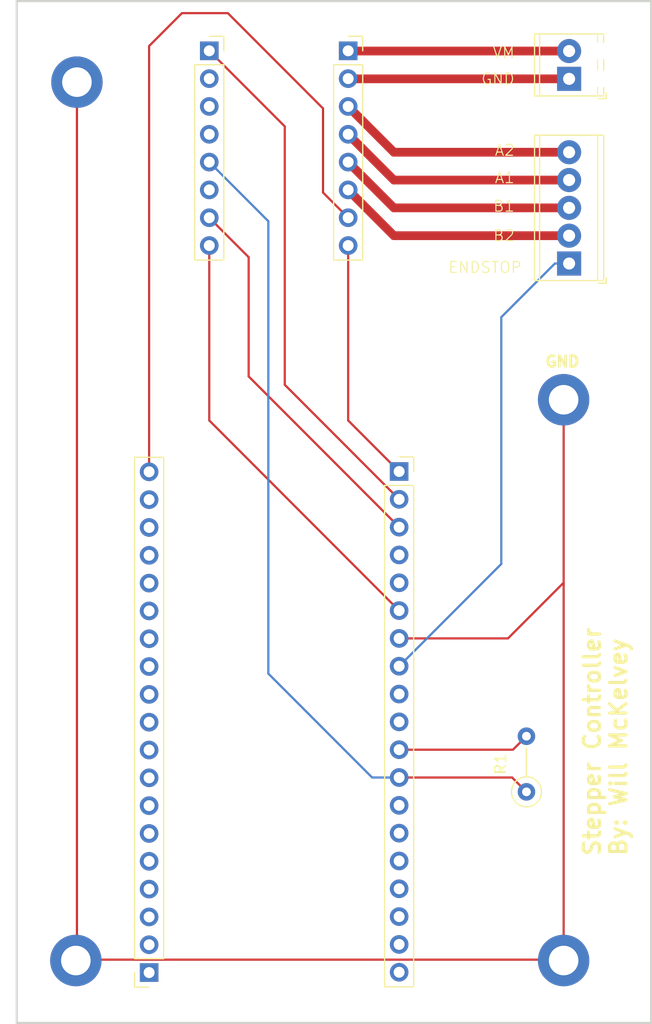
<source format=kicad_pcb>
(kicad_pcb (version 20240108) (generator "pcbnew") (generator_version "8.0")
  (layers (0 "F.Cu" signal) (31 "B.Cu" signal) (34 "B.Paste" user) (35 "F.Paste" user) (36 "B.SilkS" user "B.Silkscreen") (37 "F.SilkS" user "F.Silkscreen") (38 "B.Mask" user) (39 "F.Mask" user) (44 "Edge.Cuts" user))
  (net 0 "")
  (net 1 "Net-(J1-Pin_4)")
  (net 2 "Net-(J1-Pin_3)")
  (net 3 "Net-(J1-Pin_2)")
  (net 4 "Net-(J1-Pin_19)")
  (net 5 "Net-(J1-Pin_7)")
  (net 6 "Net-(J1-Pin_13)")
  (net 7 "Net-(J1-Pin_12)")
  (net 8 "Net-(J1-Pin_18)")
  (net 9 "Net-(J1-Pin_5)")
  (net 10 "Net-(J1-Pin_16)")
  (net 11 "Net-(J1-Pin_15)")
  (net 12 "Net-(J1-Pin_10)")
  (net 13 "Net-(J1-Pin_8)")
  (net 14 "Net-(J1-Pin_17)")
  (net 15 "Net-(J1-Pin_11)")
  (net 16 "Net-(J1-Pin_14)")
  (net 17 "Net-(J1-Pin_1)")
  (net 18 "Net-(J1-Pin_6)")
  (net 19 "Net-(J1-Pin_9)")
  (net 20 "Net-(J2-Pin_1)")
  (net 21 "Net-(J2-Pin_8)")
  (net 22 "Net-(J2-Pin_13)")
  (net 23 "Net-(J2-Pin_3)")
  (net 24 "Net-(J2-Pin_6)")
  (net 25 "Net-(J2-Pin_2)")
  (net 26 "Net-(J2-Pin_9)")
  (net 27 "Net-(J2-Pin_19)")
  (net 28 "Net-(J2-Pin_11)")
  (net 29 "Net-(J2-Pin_5)")
  (net 30 "Net-(J2-Pin_12)")
  (net 31 "Net-(J2-Pin_14)")
  (net 32 "Net-(J2-Pin_15)")
  (net 33 "Net-(J2-Pin_4)")
  (net 34 "Net-(J2-Pin_16)")
  (net 35 "Net-(J2-Pin_18)")
  (net 36 "Net-(J2-Pin_7)")
  (net 37 "Net-(J2-Pin_17)")
  (net 38 "Net-(J2-Pin_10)")
  (net 39 "Net-(J3-Pin_6)")
  (net 40 "Net-(J3-Pin_3)")
  (net 41 "Net-(J3-Pin_4)")
  (net 42 "Net-(J3-Pin_5)")
  (net 43 "Net-(J3-Pin_1)")
  (net 44 "Net-(J3-Pin_2)")
  (net 48 "Net-(J4-Pin_4)")
  (footprint "Connector_PinSocket_2.54mm:PinSocket_1x08_P2.54mm_Vertical" (layer "F.Cu") (at 169.2 41.34)
    (property "Reference" "J3" (hide yes))
    (property "Value" "Conn_01x08_Socket")
    (fp_line (start -1.33 1.27) (end -1.33 19.11) (stroke (width 0.12)) (layer "F.SilkS"))
    (fp_line (start -1.33 1.27) (end 1.33 1.27) (stroke (width 0.12)) (layer "F.SilkS"))
    (fp_line (start -1.33 19.11) (end 1.33 19.11) (stroke (width 0.12)) (layer "F.SilkS"))
    (fp_line (start 0 -1.33) (end 1.33 -1.33) (stroke (width 0.12)) (layer "F.SilkS"))
    (fp_line (start 1.33 -1.33) (end 1.33 0) (stroke (width 0.12)) (layer "F.SilkS"))
    (fp_line (start 1.33 1.27) (end 1.33 19.11) (stroke (width 0.12)) (layer "F.SilkS"))
    (pad "1" thru_hole rect (at 0 0) (size 1.7 1.7) (drill 1) (layers "*.Cu" "*.Mask") (net 43 "Net-(J3-Pin_1)"))
    (pad "2" thru_hole oval (at 0 2.54) (size 1.7 1.7) (drill 1) (layers "*.Cu" "*.Mask") (net 44 "Net-(J3-Pin_2)"))
    (pad "3" thru_hole oval (at 0 5.08) (size 1.7 1.7) (drill 1) (layers "*.Cu" "*.Mask") (net 40 "Net-(J3-Pin_3)"))
    (pad "4" thru_hole oval (at 0 7.62) (size 1.7 1.7) (drill 1) (layers "*.Cu" "*.Mask") (net 41 "Net-(J3-Pin_4)"))
    (pad "5" thru_hole oval (at 0 10.16) (size 1.7 1.7) (drill 1) (layers "*.Cu" "*.Mask") (net 42 "Net-(J3-Pin_5)"))
    (pad "6" thru_hole oval (at 0 12.7) (size 1.7 1.7) (drill 1) (layers "*.Cu" "*.Mask") (net 39 "Net-(J3-Pin_6)"))
    (pad "7" thru_hole oval (at 0 15.24) (size 1.7 1.7) (drill 1) (layers "*.Cu" "*.Mask") (net 4 "Net-(J1-Pin_19)"))
    (pad "8" thru_hole oval (at 0 17.78) (size 1.7 1.7) (drill 1) (layers "*.Cu" "*.Mask") (net 20 "Net-(J2-Pin_1)"))
  )
  (footprint "TerminalBlock_Phoenix:TerminalBlock_Phoenix_MPT-0,5-5-2.54_1x05_P2.54mm_Horizontal" (layer "F.Cu") (at 189.4 60.76 90)
    (property "Reference" "J5" (hide yes))
    (property "Value" "Screw_Terminal_01x05" (hide yes))
    (fp_line (start 11.72 -3.16) (end 11.72 3.16) (stroke (width 0.12)) (layer "F.SilkS"))
    (fp_line (start -1.56 -3.16) (end 11.72 -3.16) (stroke (width 0.12)) (layer "F.SilkS"))
    (fp_line (start -1.56 -3.16) (end -1.56 3.16) (stroke (width 0.12)) (layer "F.SilkS"))
    (fp_line (start -1.56 -2.7) (end 11.72 -2.7) (stroke (width 0.12)) (layer "F.SilkS"))
    (fp_line (start -1.56 2.6) (end 11.72 2.6) (stroke (width 0.12)) (layer "F.SilkS"))
    (fp_line (start -1.8 2.66) (end -1.8 3.4) (stroke (width 0.12)) (layer "F.SilkS"))
    (fp_line (start -1.56 3.16) (end 11.72 3.16) (stroke (width 0.12)) (layer "F.SilkS"))
    (fp_line (start -1.8 3.4) (end -1.3 3.4) (stroke (width 0.12)) (layer "F.SilkS"))
    (pad "1" thru_hole rect (at 0 0 90) (size 2.2 2.2) (drill 1.1) (layers "*.Cu" "*.Mask") (net 21 "Net-(J2-Pin_8)"))
    (pad "2" thru_hole circle (at 2.54 0 90) (size 2.2 2.2) (drill 1.1) (layers "*.Cu" "*.Mask") (net 39 "Net-(J3-Pin_6)"))
    (pad "3" thru_hole circle (at 5.08 0 90) (size 2.2 2.2) (drill 1.1) (layers "*.Cu" "*.Mask") (net 42 "Net-(J3-Pin_5)"))
    (pad "4" thru_hole circle (at 7.62 0 90) (size 2.2 2.2) (drill 1.1) (layers "*.Cu" "*.Mask") (net 41 "Net-(J3-Pin_4)"))
    (pad "5" thru_hole circle (at 10.16 0 90) (size 2.2 2.2) (drill 1.1) (layers "*.Cu" "*.Mask") (net 40 "Net-(J3-Pin_3)"))
  )
  (footprint "MountingHole:MountingHole_2.7mm_M2.5_DIN965_Pad" (layer "F.Cu") (at 188.898809 73.2)
    (property "Reference" "H3" (hide yes))
    (property "Value" "MountingHole_Pad")
    (pad "1" thru_hole circle (at 0 0) (size 4.7 4.7) (drill 2.7) (layers "*.Cu" "*.Mask") (net 36 "Net-(J2-Pin_7)"))
  )
  (footprint "Connector_PinSocket_2.54mm:PinSocket_1x08_P2.54mm_Vertical" (layer "F.Cu") (at 156.5 41.34)
    (property "Reference" "J4" (hide yes))
    (property "Value" "Conn_01x08_Socket")
    (fp_line (start -1.33 1.27) (end -1.33 19.11) (stroke (width 0.12)) (layer "F.SilkS"))
    (fp_line (start -1.33 1.27) (end 1.33 1.27) (stroke (width 0.12)) (layer "F.SilkS"))
    (fp_line (start -1.33 19.11) (end 1.33 19.11) (stroke (width 0.12)) (layer "F.SilkS"))
    (fp_line (start 0 -1.33) (end 1.33 -1.33) (stroke (width 0.12)) (layer "F.SilkS"))
    (fp_line (start 1.33 -1.33) (end 1.33 0) (stroke (width 0.12)) (layer "F.SilkS"))
    (fp_line (start 1.33 1.27) (end 1.33 19.11) (stroke (width 0.12)) (layer "F.SilkS"))
    (pad "1" thru_hole rect (at 0 0) (size 1.7 1.7) (drill 1) (layers "*.Cu" "*.Mask") (net 25 "Net-(J2-Pin_2)"))
    (pad "2" thru_hole oval (at 0 2.54) (size 1.7 1.7) (drill 1) (layers "*.Cu" "*.Mask"))
    (pad "3" thru_hole oval (at 0 5.08) (size 1.7 1.7) (drill 1) (layers "*.Cu" "*.Mask"))
    (pad "4" thru_hole oval (at 0 7.62) (size 1.7 1.7) (drill 1) (layers "*.Cu" "*.Mask") (net 48 "Net-(J4-Pin_4)"))
    (pad "5" thru_hole oval (at 0 10.16) (size 1.7 1.7) (drill 1) (layers "*.Cu" "*.Mask") (net 30 "Net-(J2-Pin_12)"))
    (pad "6" thru_hole oval (at 0 12.7) (size 1.7 1.7) (drill 1) (layers "*.Cu" "*.Mask"))
    (pad "7" thru_hole oval (at 0 15.24) (size 1.7 1.7) (drill 1) (layers "*.Cu" "*.Mask") (net 23 "Net-(J2-Pin_3)"))
    (pad "8" thru_hole oval (at 0 17.78) (size 1.7 1.7) (drill 1) (layers "*.Cu" "*.Mask") (net 24 "Net-(J2-Pin_6)"))
  )
  (footprint "Connector_PinSocket_2.54mm:PinSocket_1x19_P2.54mm_Vertical" (layer "F.Cu") (at 173.86 79.75)
    (property "Reference" "J2" (hide yes))
    (property "Value" "Conn_01x19_Socket" (hide yes))
    (fp_line (start -1.33 1.27) (end -1.33 47.05) (stroke (width 0.12)) (layer "F.SilkS"))
    (fp_line (start -1.33 1.27) (end 1.33 1.27) (stroke (width 0.12)) (layer "F.SilkS"))
    (fp_line (start -1.33 47.05) (end 1.33 47.05) (stroke (width 0.12)) (layer "F.SilkS"))
    (fp_line (start 0 -1.33) (end 1.33 -1.33) (stroke (width 0.12)) (layer "F.SilkS"))
    (fp_line (start 1.33 -1.33) (end 1.33 0) (stroke (width 0.12)) (layer "F.SilkS"))
    (fp_line (start 1.33 1.27) (end 1.33 47.05) (stroke (width 0.12)) (layer "F.SilkS"))
    (pad "1" thru_hole rect (at 0 0) (size 1.7 1.7) (drill 1) (layers "*.Cu" "*.Mask") (net 20 "Net-(J2-Pin_1)"))
    (pad "2" thru_hole oval (at 0 2.54) (size 1.7 1.7) (drill 1) (layers "*.Cu" "*.Mask") (net 25 "Net-(J2-Pin_2)"))
    (pad "3" thru_hole oval (at 0 5.08) (size 1.7 1.7) (drill 1) (layers "*.Cu" "*.Mask") (net 23 "Net-(J2-Pin_3)"))
    (pad "4" thru_hole oval (at 0 7.62) (size 1.7 1.7) (drill 1) (layers "*.Cu" "*.Mask") (net 33 "Net-(J2-Pin_4)"))
    (pad "5" thru_hole oval (at 0 10.16) (size 1.7 1.7) (drill 1) (layers "*.Cu" "*.Mask") (net 29 "Net-(J2-Pin_5)"))
    (pad "6" thru_hole oval (at 0 12.7) (size 1.7 1.7) (drill 1) (layers "*.Cu" "*.Mask") (net 24 "Net-(J2-Pin_6)"))
    (pad "7" thru_hole oval (at 0 15.24) (size 1.7 1.7) (drill 1) (layers "*.Cu" "*.Mask") (net 36 "Net-(J2-Pin_7)"))
    (pad "8" thru_hole oval (at 0 17.78) (size 1.7 1.7) (drill 1) (layers "*.Cu" "*.Mask") (net 21 "Net-(J2-Pin_8)"))
    (pad "9" thru_hole oval (at 0 20.32) (size 1.7 1.7) (drill 1) (layers "*.Cu" "*.Mask") (net 26 "Net-(J2-Pin_9)"))
    (pad "10" thru_hole oval (at 0 22.86) (size 1.7 1.7) (drill 1) (layers "*.Cu" "*.Mask") (net 38 "Net-(J2-Pin_10)"))
    (pad "11" thru_hole oval (at 0 25.4) (size 1.7 1.7) (drill 1) (layers "*.Cu" "*.Mask") (net 28 "Net-(J2-Pin_11)"))
    (pad "12" thru_hole oval (at 0 27.94) (size 1.7 1.7) (drill 1) (layers "*.Cu" "*.Mask") (net 30 "Net-(J2-Pin_12)"))
    (pad "13" thru_hole oval (at 0 30.48) (size 1.7 1.7) (drill 1) (layers "*.Cu" "*.Mask") (net 22 "Net-(J2-Pin_13)"))
    (pad "14" thru_hole oval (at 0 33.02) (size 1.7 1.7) (drill 1) (layers "*.Cu" "*.Mask") (net 31 "Net-(J2-Pin_14)"))
    (pad "15" thru_hole oval (at 0 35.56) (size 1.7 1.7) (drill 1) (layers "*.Cu" "*.Mask") (net 32 "Net-(J2-Pin_15)"))
    (pad "16" thru_hole oval (at 0 38.1) (size 1.7 1.7) (drill 1) (layers "*.Cu" "*.Mask") (net 34 "Net-(J2-Pin_16)"))
    (pad "17" thru_hole oval (at 0 40.64) (size 1.7 1.7) (drill 1) (layers "*.Cu" "*.Mask") (net 37 "Net-(J2-Pin_17)"))
    (pad "18" thru_hole oval (at 0 43.18) (size 1.7 1.7) (drill 1) (layers "*.Cu" "*.Mask") (net 35 "Net-(J2-Pin_18)"))
    (pad "19" thru_hole oval (at 0 45.72) (size 1.7 1.7) (drill 1) (layers "*.Cu" "*.Mask") (net 27 "Net-(J2-Pin_19)"))
  )
  (footprint "MountingHole:MountingHole_2.7mm_M2.5_DIN965_Pad" (layer "F.Cu") (at 188.9 124.4)
    (property "Reference" "H4" (hide yes))
    (property "Value" "MountingHole_Pad")
    (pad "1" thru_hole circle (at 0 0) (size 4.7 4.7) (drill 2.7) (layers "*.Cu" "*.Mask") (net 36 "Net-(J2-Pin_7)"))
  )
  (footprint "Connector_PinSocket_2.54mm:PinSocket_1x19_P2.54mm_Vertical" (layer "F.Cu") (at 151 125.5 180)
    (property "Reference" "J1" (hide yes))
    (property "Value" "Conn_01x19_Socket" (hide yes))
    (fp_line (start 1.33 1.27) (end 1.33 47.05) (stroke (width 0.12)) (layer "F.SilkS"))
    (fp_line (start 1.33 -1.33) (end 1.33 0) (stroke (width 0.12)) (layer "F.SilkS"))
    (fp_line (start 0 -1.33) (end 1.33 -1.33) (stroke (width 0.12)) (layer "F.SilkS"))
    (fp_line (start -1.33 47.05) (end 1.33 47.05) (stroke (width 0.12)) (layer "F.SilkS"))
    (fp_line (start -1.33 1.27) (end 1.33 1.27) (stroke (width 0.12)) (layer "F.SilkS"))
    (fp_line (start -1.33 1.27) (end -1.33 47.05) (stroke (width 0.12)) (layer "F.SilkS"))
    (pad "1" thru_hole rect (at 0 0 180) (size 1.7 1.7) (drill 1) (layers "*.Cu" "*.Mask") (net 17 "Net-(J1-Pin_1)"))
    (pad "2" thru_hole oval (at 0 2.54 180) (size 1.7 1.7) (drill 1) (layers "*.Cu" "*.Mask") (net 3 "Net-(J1-Pin_2)"))
    (pad "3" thru_hole oval (at 0 5.08 180) (size 1.7 1.7) (drill 1) (layers "*.Cu" "*.Mask") (net 2 "Net-(J1-Pin_3)"))
    (pad "4" thru_hole oval (at 0 7.62 180) (size 1.7 1.7) (drill 1) (layers "*.Cu" "*.Mask") (net 1 "Net-(J1-Pin_4)"))
    (pad "5" thru_hole oval (at 0 10.16 180) (size 1.7 1.7) (drill 1) (layers "*.Cu" "*.Mask") (net 9 "Net-(J1-Pin_5)"))
    (pad "6" thru_hole oval (at 0 12.7 180) (size 1.7 1.7) (drill 1) (layers "*.Cu" "*.Mask") (net 18 "Net-(J1-Pin_6)"))
    (pad "7" thru_hole oval (at 0 15.24 180) (size 1.7 1.7) (drill 1) (layers "*.Cu" "*.Mask") (net 5 "Net-(J1-Pin_7)"))
    (pad "8" thru_hole oval (at 0 17.78 180) (size 1.7 1.7) (drill 1) (layers "*.Cu" "*.Mask") (net 13 "Net-(J1-Pin_8)"))
    (pad "9" thru_hole oval (at 0 20.32 180) (size 1.7 1.7) (drill 1) (layers "*.Cu" "*.Mask") (net 19 "Net-(J1-Pin_9)"))
    (pad "10" thru_hole oval (at 0 22.86 180) (size 1.7 1.7) (drill 1) (layers "*.Cu" "*.Mask") (net 12 "Net-(J1-Pin_10)"))
    (pad "11" thru_hole oval (at 0 25.4 180) (size 1.7 1.7) (drill 1) (layers "*.Cu" "*.Mask") (net 15 "Net-(J1-Pin_11)"))
    (pad "12" thru_hole oval (at 0 27.94 180) (size 1.7 1.7) (drill 1) (layers "*.Cu" "*.Mask") (net 7 "Net-(J1-Pin_12)"))
    (pad "13" thru_hole oval (at 0 30.48 180) (size 1.7 1.7) (drill 1) (layers "*.Cu" "*.Mask") (net 6 "Net-(J1-Pin_13)"))
    (pad "14" thru_hole oval (at 0 33.02 180) (size 1.7 1.7) (drill 1) (layers "*.Cu" "*.Mask") (net 16 "Net-(J1-Pin_14)"))
    (pad "15" thru_hole oval (at 0 35.56 180) (size 1.7 1.7) (drill 1) (layers "*.Cu" "*.Mask") (net 11 "Net-(J1-Pin_15)"))
    (pad "16" thru_hole oval (at 0 38.1 180) (size 1.7 1.7) (drill 1) (layers "*.Cu" "*.Mask") (net 10 "Net-(J1-Pin_16)"))
    (pad "17" thru_hole oval (at 0 40.64 180) (size 1.7 1.7) (drill 1) (layers "*.Cu" "*.Mask") (net 14 "Net-(J1-Pin_17)"))
    (pad "18" thru_hole oval (at 0 43.18 180) (size 1.7 1.7) (drill 1) (layers "*.Cu" "*.Mask") (net 8 "Net-(J1-Pin_18)"))
    (pad "19" thru_hole oval (at 0 45.72 180) (size 1.7 1.7) (drill 1) (layers "*.Cu" "*.Mask") (net 4 "Net-(J1-Pin_19)"))
  )
  (footprint "MountingHole:MountingHole_2.7mm_M2.5_DIN965_Pad" (layer "F.Cu") (at 144.3 124.4)
    (property "Reference" "H2" (hide yes))
    (property "Value" "MountingHole_Pad")
    (pad "1" thru_hole circle (at 0 0) (size 4.7 4.7) (drill 2.7) (layers "*.Cu" "*.Mask") (net 36 "Net-(J2-Pin_7)"))
  )
  (footprint "Resistor_THT:R_Axial_DIN0207_L6.3mm_D2.5mm_P5.08mm_Vertical" (layer "F.Cu") (at 185.5 109 90)
    (property "Reference" "R1" (at 2.54 -2.37 90) (layer "F.SilkS"))
    (property "Value" "1000")
    (fp_line (start 1.37 0) (end 3.98 0) (stroke (width 0.12)) (layer "F.SilkS"))
    (fp_circle (center 0 0) (end 1.37 0) (stroke (width 0.12)) (fill none) (layer "F.SilkS"))
    (pad "1" thru_hole circle (at 0 0 90) (size 1.6 1.6) (drill 0.8) (layers "*.Cu" "*.Mask") (net 30 "Net-(J2-Pin_12)"))
    (pad "2" thru_hole oval (at 5.08 0 90) (size 1.6 1.6) (drill 0.8) (layers "*.Cu" "*.Mask") (net 28 "Net-(J2-Pin_11)"))
  )
  (footprint "MountingHole:MountingHole_2.7mm_M2.5_DIN965_Pad" (layer "F.Cu") (at 144.4 44.2)
    (property "Reference" "H1" (hide yes))
    (property "Value" "MountingHole_Pad")
    (pad "1" thru_hole circle (at 0 0) (size 4.7 4.7) (drill 2.7) (layers "*.Cu" "*.Mask") (net 36 "Net-(J2-Pin_7)"))
  )
  (footprint "TerminalBlock_Phoenix:TerminalBlock_Phoenix_MPT-0,5-2-2.54_1x02_P2.54mm_Horizontal" (layer "F.Cu") (at 189.4 43.9 90)
    (property "Reference" "J6" (hide yes))
    (property "Value" "Screw_Terminal_01x02" (hide yes))
    (fp_line (start 4.1 -3.16) (end 4.1 3.16) (stroke (width 0.12)) (layer "F.SilkS"))
    (fp_line (start -1.56 -3.16) (end 4.1 -3.16) (stroke (width 0.12)) (layer "F.SilkS"))
    (fp_line (start -1.56 -3.16) (end -1.56 3.16) (stroke (width 0.12)) (layer "F.SilkS"))
    (fp_line (start -1.56 -2.7) (end 4.1 -2.7) (stroke (width 0.12)) (layer "F.SilkS"))
    (fp_line (start 3.33 2.6) (end 4.1 2.6) (stroke (width 0.12)) (layer "F.SilkS"))
    (fp_line (start 0.79 2.6) (end 1.75 2.6) (stroke (width 0.12)) (layer "F.SilkS"))
    (fp_line (start -1.56 2.6) (end -0.79 2.6) (stroke (width 0.12)) (layer "F.SilkS"))
    (fp_line (start -1.8 2.66) (end -1.8 3.4) (stroke (width 0.12)) (layer "F.SilkS"))
    (fp_line (start 3.33 3.16) (end 4.1 3.16) (stroke (width 0.12)) (layer "F.SilkS"))
    (fp_line (start 0.79 3.16) (end 1.75 3.16) (stroke (width 0.12)) (layer "F.SilkS"))
    (fp_line (start -1.56 3.16) (end -0.79 3.16) (stroke (width 0.12)) (layer "F.SilkS"))
    (fp_line (start -1.8 3.4) (end -1.3 3.4) (stroke (width 0.12)) (layer "F.SilkS"))
    (pad "" np_thru_hole circle (at 0 2.54 90) (size 1.1 1.1) (drill 1.1) (layers "*.Cu" "*.Mask"))
    (pad "" np_thru_hole circle (at 2.54 2.54 90) (size 1.1 1.1) (drill 1.1) (layers "*.Cu" "*.Mask"))
    (pad "1" thru_hole rect (at 0 0 90) (size 2.2 2.2) (drill 1.1) (layers "*.Cu" "*.Mask") (net 44 "Net-(J3-Pin_2)"))
    (pad "2" thru_hole circle (at 2.54 0 90) (size 2.2 2.2) (drill 1.1) (layers "*.Cu" "*.Mask") (net 43 "Net-(J3-Pin_1)"))
  )
  (gr_rect (start 138.9 36.8) (end 196.9 130.1) (stroke (width 0.2)) (fill none) (layer "Edge.Cuts"))
  (gr_text "GND" (at 181.304762 44.5 0) (layer "F.SilkS") (effects (font (size 1 1) (thickness 0.1)) (justify left bottom)))
  (gr_text "A2" (at 182.542857 51 0) (layer "F.SilkS") (effects (font (size 1 1) (thickness 0.1)) (justify left bottom)))
  (gr_text "B2" (at 182.4 58.8 0) (layer "F.SilkS") (effects (font (size 1 1) (thickness 0.1)) (justify left bottom)))
  (gr_text "GND" (at 187.1 70.3 0) (layer "F.SilkS") (effects (font (size 1 1) (thickness 0.25) (bold yes)) (justify left bottom)))
  (gr_text "B1" (at 182.4 56.1 0) (layer "F.SilkS") (effects (font (size 1 1) (thickness 0.1)) (justify left bottom)))
  (gr_text "Stepper Controller\nBy: Will McKelvey" (at 194.8 115 90) (layer "F.SilkS") (effects (font (size 1.5 1.5) (thickness 0.3) (bold yes)) (justify left bottom)))
  (gr_text "A1" (at 182.542857 53.5 0) (layer "F.SilkS") (effects (font (size 1 1) (thickness 0.1)) (justify left bottom)))
  (gr_text "VM" (at 182.352381 42.1 0) (layer "F.SilkS") (effects (font (size 1 1) (thickness 0.1)) (justify left bottom)))
  (gr_text "ENDSTOP" (at 178.285714 61.7 0) (layer "F.SilkS") (effects (font (size 1 1) (thickness 0.1)) (justify left bottom)))
  (segment (start 151 40.9) (end 151 79.78) (width 0.2) (layer "F.Cu") (net 4))
  (segment (start 158.2 37.9) (end 154 37.9) (width 0.2) (layer "F.Cu") (net 4))
  (segment (start 154 37.9) (end 151 40.9) (width 0.2) (layer "F.Cu") (net 4))
  (segment (start 166.9 54.28) (end 166.9 46.6) (width 0.2) (layer "F.Cu") (net 4))
  (segment (start 166.9 46.6) (end 158.2 37.9) (width 0.2) (layer "F.Cu") (net 4))
  (segment (start 169.2 56.58) (end 166.9 54.28) (width 0.2) (layer "F.Cu") (net 4))
  (segment (start 169.2 59.12) (end 169.2 75.09) (width 0.2) (layer "F.Cu") (net 20))
  (segment (start 169.2 75.09) (end 173.86 79.75) (width 0.2) (layer "F.Cu") (net 20))
  (segment (start 183.2 65.66) (end 183.2 88.19) (width 0.2) (layer "B.Cu") (net 21))
  (segment (start 183.2 88.19) (end 173.86 97.53) (width 0.2) (layer "B.Cu") (net 21))
  (segment (start 188.1 60.76) (end 183.2 65.66) (width 0.2) (layer "B.Cu") (net 21))
  (segment (start 189.4 60.76) (end 188.1 60.76) (width 0.2) (layer "B.Cu") (net 21))
  (segment (start 160.1 60.18) (end 160.1 71.07) (width 0.2) (layer "F.Cu") (net 23))
  (segment (start 156.5 56.58) (end 160.1 60.18) (width 0.2) (layer "F.Cu") (net 23))
  (segment (start 160.1 71.07) (end 173.86 84.83) (width 0.2) (layer "F.Cu") (net 23))
  (segment (start 156.5 75.09) (end 173.86 92.45) (width 0.2) (layer "F.Cu") (net 24))
  (segment (start 156.5 59.12) (end 156.5 75.09) (width 0.2) (layer "F.Cu") (net 24))
  (segment (start 163.4 48.24) (end 163.4 71.83) (width 0.2) (layer "F.Cu") (net 25))
  (segment (start 156.5 41.34) (end 163.4 48.24) (width 0.2) (layer "F.Cu") (net 25))
  (segment (start 163.4 71.83) (end 173.86 82.29) (width 0.2) (layer "F.Cu") (net 25))
  (segment (start 184.27 105.15) (end 185.5 103.92) (width 0.2) (layer "F.Cu") (net 28))
  (segment (start 173.86 105.15) (end 184.27 105.15) (width 0.2) (layer "F.Cu") (net 28))
  (segment (start 173.86 107.69) (end 184.19 107.69) (width 0.2) (layer "F.Cu") (net 30))
  (segment (start 184.19 107.69) (end 185.5 109) (width 0.2) (layer "F.Cu") (net 30))
  (segment (start 161.9 98.2) (end 171.39 107.69) (width 0.2) (layer "B.Cu") (net 30))
  (segment (start 161.9 56.9) (end 161.9 98.2) (width 0.2) (layer "B.Cu") (net 30))
  (segment (start 156.5 51.5) (end 161.9 56.9) (width 0.2) (layer "B.Cu") (net 30))
  (segment (start 171.39 107.69) (end 173.86 107.69) (width 0.2) (layer "B.Cu") (net 30))
  (segment (start 173.86 94.99) (end 183.81 94.99) (width 0.2) (layer "F.Cu") (net 36))
  (segment (start 144.4 44.2) (end 144.4 124.3) (width 0.2) (layer "F.Cu") (net 36))
  (segment (start 183.81 94.99) (end 188.9 89.9) (width 0.2) (layer "F.Cu") (net 36))
  (segment (start 188.9 73.2) (end 188.9 89.9) (width 0.2) (layer "F.Cu") (net 36))
  (segment (start 188.82 124.32) (end 188.9 124.4) (width 0.2) (layer "F.Cu") (net 36))
  (segment (start 144.38 124.32) (end 188.82 124.32) (width 0.2) (layer "F.Cu") (net 36))
  (segment (start 188.9 89.9) (end 188.9 124.4) (width 0.2) (layer "F.Cu") (net 36))
  (segment (start 169.2 54.04) (end 173.38 58.22) (width 0.8) (layer "F.Cu") (net 39))
  (segment (start 173.38 58.22) (end 189.4 58.22) (width 0.8) (layer "F.Cu") (net 39))
  (segment (start 169.2 46.42) (end 173.38 50.6) (width 0.8) (layer "F.Cu") (net 40))
  (segment (start 173.38 50.6) (end 189.4 50.6) (width 0.8) (layer "F.Cu") (net 40))
  (segment (start 169.2 48.96) (end 173.38 53.14) (width 0.8) (layer "F.Cu") (net 41))
  (segment (start 173.38 53.14) (end 189.4 53.14) (width 0.8) (layer "F.Cu") (net 41))
  (segment (start 169.2 51.5) (end 173.38 55.68) (width 0.8) (layer "F.Cu") (net 42))
  (segment (start 173.38 55.68) (end 189.4 55.68) (width 0.8) (layer "F.Cu") (net 42))
  (segment (start 189.4 41.36) (end 169.22 41.36) (width 0.8) (layer "F.Cu") (net 43))
  (segment (start 169.22 41.36) (end 169.2 41.34) (width 0.2) (layer "F.Cu") (net 43))
  (segment (start 189.4 43.9) (end 169.22 43.9) (width 0.8) (layer "F.Cu") (net 44))
  (segment (start 169.22 43.9) (end 169.2 43.88) (width 0.2) (layer "F.Cu") (net 44))
)
</source>
